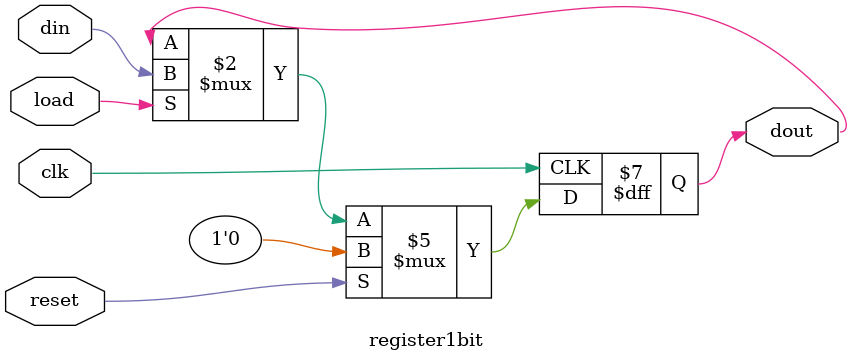
<source format=v>
`timescale 1ns / 1ps

module register1bit(dout, clk, din, reset, load);
	input clk, reset, load;
	input din;
	output reg dout;

	always @(posedge clk)
		if (reset) dout <= 1'd0;
		else if (load) dout <= din;
endmodule

</source>
